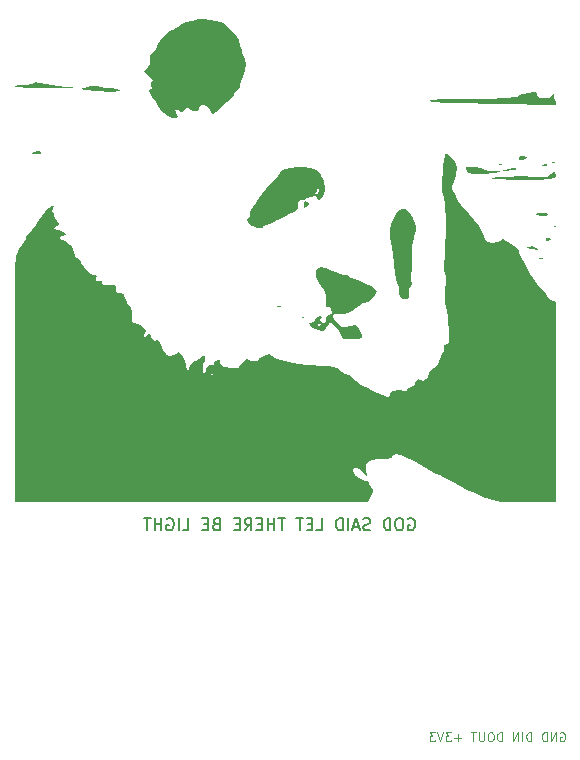
<source format=gbo>
G04 #@! TF.GenerationSoftware,KiCad,Pcbnew,7.0.5*
G04 #@! TF.CreationDate,2023-10-10T09:39:28+02:00*
G04 #@! TF.ProjectId,Lichten-PCB,4c696368-7465-46e2-9d50-43422e6b6963,rev?*
G04 #@! TF.SameCoordinates,Original*
G04 #@! TF.FileFunction,Legend,Bot*
G04 #@! TF.FilePolarity,Positive*
%FSLAX46Y46*%
G04 Gerber Fmt 4.6, Leading zero omitted, Abs format (unit mm)*
G04 Created by KiCad (PCBNEW 7.0.5) date 2023-10-10 09:39:28*
%MOMM*%
%LPD*%
G01*
G04 APERTURE LIST*
%ADD10C,0.120000*%
%ADD11C,0.150000*%
%ADD12C,3.800000*%
%ADD13R,2.400000X2.400000*%
%ADD14C,2.400000*%
G04 APERTURE END LIST*
D10*
X161679624Y-142647688D02*
X161751053Y-142611974D01*
X161751053Y-142611974D02*
X161858195Y-142611974D01*
X161858195Y-142611974D02*
X161965338Y-142647688D01*
X161965338Y-142647688D02*
X162036767Y-142719117D01*
X162036767Y-142719117D02*
X162072481Y-142790545D01*
X162072481Y-142790545D02*
X162108195Y-142933402D01*
X162108195Y-142933402D02*
X162108195Y-143040545D01*
X162108195Y-143040545D02*
X162072481Y-143183402D01*
X162072481Y-143183402D02*
X162036767Y-143254831D01*
X162036767Y-143254831D02*
X161965338Y-143326260D01*
X161965338Y-143326260D02*
X161858195Y-143361974D01*
X161858195Y-143361974D02*
X161786767Y-143361974D01*
X161786767Y-143361974D02*
X161679624Y-143326260D01*
X161679624Y-143326260D02*
X161643910Y-143290545D01*
X161643910Y-143290545D02*
X161643910Y-143040545D01*
X161643910Y-143040545D02*
X161786767Y-143040545D01*
X161322481Y-143361974D02*
X161322481Y-142611974D01*
X161322481Y-142611974D02*
X160893910Y-143361974D01*
X160893910Y-143361974D02*
X160893910Y-142611974D01*
X160536767Y-143361974D02*
X160536767Y-142611974D01*
X160536767Y-142611974D02*
X160358196Y-142611974D01*
X160358196Y-142611974D02*
X160251053Y-142647688D01*
X160251053Y-142647688D02*
X160179624Y-142719117D01*
X160179624Y-142719117D02*
X160143910Y-142790545D01*
X160143910Y-142790545D02*
X160108196Y-142933402D01*
X160108196Y-142933402D02*
X160108196Y-143040545D01*
X160108196Y-143040545D02*
X160143910Y-143183402D01*
X160143910Y-143183402D02*
X160179624Y-143254831D01*
X160179624Y-143254831D02*
X160251053Y-143326260D01*
X160251053Y-143326260D02*
X160358196Y-143361974D01*
X160358196Y-143361974D02*
X160536767Y-143361974D01*
X159215338Y-143361974D02*
X159215338Y-142611974D01*
X159215338Y-142611974D02*
X159036767Y-142611974D01*
X159036767Y-142611974D02*
X158929624Y-142647688D01*
X158929624Y-142647688D02*
X158858195Y-142719117D01*
X158858195Y-142719117D02*
X158822481Y-142790545D01*
X158822481Y-142790545D02*
X158786767Y-142933402D01*
X158786767Y-142933402D02*
X158786767Y-143040545D01*
X158786767Y-143040545D02*
X158822481Y-143183402D01*
X158822481Y-143183402D02*
X158858195Y-143254831D01*
X158858195Y-143254831D02*
X158929624Y-143326260D01*
X158929624Y-143326260D02*
X159036767Y-143361974D01*
X159036767Y-143361974D02*
X159215338Y-143361974D01*
X158465338Y-143361974D02*
X158465338Y-142611974D01*
X158108195Y-143361974D02*
X158108195Y-142611974D01*
X158108195Y-142611974D02*
X157679624Y-143361974D01*
X157679624Y-143361974D02*
X157679624Y-142611974D01*
X156751052Y-143361974D02*
X156751052Y-142611974D01*
X156751052Y-142611974D02*
X156572481Y-142611974D01*
X156572481Y-142611974D02*
X156465338Y-142647688D01*
X156465338Y-142647688D02*
X156393909Y-142719117D01*
X156393909Y-142719117D02*
X156358195Y-142790545D01*
X156358195Y-142790545D02*
X156322481Y-142933402D01*
X156322481Y-142933402D02*
X156322481Y-143040545D01*
X156322481Y-143040545D02*
X156358195Y-143183402D01*
X156358195Y-143183402D02*
X156393909Y-143254831D01*
X156393909Y-143254831D02*
X156465338Y-143326260D01*
X156465338Y-143326260D02*
X156572481Y-143361974D01*
X156572481Y-143361974D02*
X156751052Y-143361974D01*
X155858195Y-142611974D02*
X155715338Y-142611974D01*
X155715338Y-142611974D02*
X155643909Y-142647688D01*
X155643909Y-142647688D02*
X155572481Y-142719117D01*
X155572481Y-142719117D02*
X155536766Y-142861974D01*
X155536766Y-142861974D02*
X155536766Y-143111974D01*
X155536766Y-143111974D02*
X155572481Y-143254831D01*
X155572481Y-143254831D02*
X155643909Y-143326260D01*
X155643909Y-143326260D02*
X155715338Y-143361974D01*
X155715338Y-143361974D02*
X155858195Y-143361974D01*
X155858195Y-143361974D02*
X155929624Y-143326260D01*
X155929624Y-143326260D02*
X156001052Y-143254831D01*
X156001052Y-143254831D02*
X156036766Y-143111974D01*
X156036766Y-143111974D02*
X156036766Y-142861974D01*
X156036766Y-142861974D02*
X156001052Y-142719117D01*
X156001052Y-142719117D02*
X155929624Y-142647688D01*
X155929624Y-142647688D02*
X155858195Y-142611974D01*
X155215338Y-142611974D02*
X155215338Y-143219117D01*
X155215338Y-143219117D02*
X155179624Y-143290545D01*
X155179624Y-143290545D02*
X155143910Y-143326260D01*
X155143910Y-143326260D02*
X155072481Y-143361974D01*
X155072481Y-143361974D02*
X154929624Y-143361974D01*
X154929624Y-143361974D02*
X154858195Y-143326260D01*
X154858195Y-143326260D02*
X154822481Y-143290545D01*
X154822481Y-143290545D02*
X154786767Y-143219117D01*
X154786767Y-143219117D02*
X154786767Y-142611974D01*
X154536767Y-142611974D02*
X154108196Y-142611974D01*
X154322481Y-143361974D02*
X154322481Y-142611974D01*
X153286766Y-143076260D02*
X152715338Y-143076260D01*
X153001052Y-143361974D02*
X153001052Y-142790545D01*
X152429624Y-142611974D02*
X151965338Y-142611974D01*
X151965338Y-142611974D02*
X152215338Y-142897688D01*
X152215338Y-142897688D02*
X152108195Y-142897688D01*
X152108195Y-142897688D02*
X152036767Y-142933402D01*
X152036767Y-142933402D02*
X152001052Y-142969117D01*
X152001052Y-142969117D02*
X151965338Y-143040545D01*
X151965338Y-143040545D02*
X151965338Y-143219117D01*
X151965338Y-143219117D02*
X152001052Y-143290545D01*
X152001052Y-143290545D02*
X152036767Y-143326260D01*
X152036767Y-143326260D02*
X152108195Y-143361974D01*
X152108195Y-143361974D02*
X152322481Y-143361974D01*
X152322481Y-143361974D02*
X152393909Y-143326260D01*
X152393909Y-143326260D02*
X152429624Y-143290545D01*
X151751052Y-142611974D02*
X151501052Y-143361974D01*
X151501052Y-143361974D02*
X151251052Y-142611974D01*
X151072481Y-142611974D02*
X150608195Y-142611974D01*
X150608195Y-142611974D02*
X150858195Y-142897688D01*
X150858195Y-142897688D02*
X150751052Y-142897688D01*
X150751052Y-142897688D02*
X150679624Y-142933402D01*
X150679624Y-142933402D02*
X150643909Y-142969117D01*
X150643909Y-142969117D02*
X150608195Y-143040545D01*
X150608195Y-143040545D02*
X150608195Y-143219117D01*
X150608195Y-143219117D02*
X150643909Y-143290545D01*
X150643909Y-143290545D02*
X150679624Y-143326260D01*
X150679624Y-143326260D02*
X150751052Y-143361974D01*
X150751052Y-143361974D02*
X150965338Y-143361974D01*
X150965338Y-143361974D02*
X151036766Y-143326260D01*
X151036766Y-143326260D02*
X151072481Y-143290545D01*
D11*
X148814411Y-124542438D02*
X148909649Y-124494819D01*
X148909649Y-124494819D02*
X149052506Y-124494819D01*
X149052506Y-124494819D02*
X149195363Y-124542438D01*
X149195363Y-124542438D02*
X149290601Y-124637676D01*
X149290601Y-124637676D02*
X149338220Y-124732914D01*
X149338220Y-124732914D02*
X149385839Y-124923390D01*
X149385839Y-124923390D02*
X149385839Y-125066247D01*
X149385839Y-125066247D02*
X149338220Y-125256723D01*
X149338220Y-125256723D02*
X149290601Y-125351961D01*
X149290601Y-125351961D02*
X149195363Y-125447200D01*
X149195363Y-125447200D02*
X149052506Y-125494819D01*
X149052506Y-125494819D02*
X148957268Y-125494819D01*
X148957268Y-125494819D02*
X148814411Y-125447200D01*
X148814411Y-125447200D02*
X148766792Y-125399580D01*
X148766792Y-125399580D02*
X148766792Y-125066247D01*
X148766792Y-125066247D02*
X148957268Y-125066247D01*
X148147744Y-124494819D02*
X147957268Y-124494819D01*
X147957268Y-124494819D02*
X147862030Y-124542438D01*
X147862030Y-124542438D02*
X147766792Y-124637676D01*
X147766792Y-124637676D02*
X147719173Y-124828152D01*
X147719173Y-124828152D02*
X147719173Y-125161485D01*
X147719173Y-125161485D02*
X147766792Y-125351961D01*
X147766792Y-125351961D02*
X147862030Y-125447200D01*
X147862030Y-125447200D02*
X147957268Y-125494819D01*
X147957268Y-125494819D02*
X148147744Y-125494819D01*
X148147744Y-125494819D02*
X148242982Y-125447200D01*
X148242982Y-125447200D02*
X148338220Y-125351961D01*
X148338220Y-125351961D02*
X148385839Y-125161485D01*
X148385839Y-125161485D02*
X148385839Y-124828152D01*
X148385839Y-124828152D02*
X148338220Y-124637676D01*
X148338220Y-124637676D02*
X148242982Y-124542438D01*
X148242982Y-124542438D02*
X148147744Y-124494819D01*
X147290601Y-125494819D02*
X147290601Y-124494819D01*
X147290601Y-124494819D02*
X147052506Y-124494819D01*
X147052506Y-124494819D02*
X146909649Y-124542438D01*
X146909649Y-124542438D02*
X146814411Y-124637676D01*
X146814411Y-124637676D02*
X146766792Y-124732914D01*
X146766792Y-124732914D02*
X146719173Y-124923390D01*
X146719173Y-124923390D02*
X146719173Y-125066247D01*
X146719173Y-125066247D02*
X146766792Y-125256723D01*
X146766792Y-125256723D02*
X146814411Y-125351961D01*
X146814411Y-125351961D02*
X146909649Y-125447200D01*
X146909649Y-125447200D02*
X147052506Y-125494819D01*
X147052506Y-125494819D02*
X147290601Y-125494819D01*
X145576315Y-125447200D02*
X145433458Y-125494819D01*
X145433458Y-125494819D02*
X145195363Y-125494819D01*
X145195363Y-125494819D02*
X145100125Y-125447200D01*
X145100125Y-125447200D02*
X145052506Y-125399580D01*
X145052506Y-125399580D02*
X145004887Y-125304342D01*
X145004887Y-125304342D02*
X145004887Y-125209104D01*
X145004887Y-125209104D02*
X145052506Y-125113866D01*
X145052506Y-125113866D02*
X145100125Y-125066247D01*
X145100125Y-125066247D02*
X145195363Y-125018628D01*
X145195363Y-125018628D02*
X145385839Y-124971009D01*
X145385839Y-124971009D02*
X145481077Y-124923390D01*
X145481077Y-124923390D02*
X145528696Y-124875771D01*
X145528696Y-124875771D02*
X145576315Y-124780533D01*
X145576315Y-124780533D02*
X145576315Y-124685295D01*
X145576315Y-124685295D02*
X145528696Y-124590057D01*
X145528696Y-124590057D02*
X145481077Y-124542438D01*
X145481077Y-124542438D02*
X145385839Y-124494819D01*
X145385839Y-124494819D02*
X145147744Y-124494819D01*
X145147744Y-124494819D02*
X145004887Y-124542438D01*
X144623934Y-125209104D02*
X144147744Y-125209104D01*
X144719172Y-125494819D02*
X144385839Y-124494819D01*
X144385839Y-124494819D02*
X144052506Y-125494819D01*
X143719172Y-125494819D02*
X143719172Y-124494819D01*
X143242982Y-125494819D02*
X143242982Y-124494819D01*
X143242982Y-124494819D02*
X143004887Y-124494819D01*
X143004887Y-124494819D02*
X142862030Y-124542438D01*
X142862030Y-124542438D02*
X142766792Y-124637676D01*
X142766792Y-124637676D02*
X142719173Y-124732914D01*
X142719173Y-124732914D02*
X142671554Y-124923390D01*
X142671554Y-124923390D02*
X142671554Y-125066247D01*
X142671554Y-125066247D02*
X142719173Y-125256723D01*
X142719173Y-125256723D02*
X142766792Y-125351961D01*
X142766792Y-125351961D02*
X142862030Y-125447200D01*
X142862030Y-125447200D02*
X143004887Y-125494819D01*
X143004887Y-125494819D02*
X143242982Y-125494819D01*
X141004887Y-125494819D02*
X141481077Y-125494819D01*
X141481077Y-125494819D02*
X141481077Y-124494819D01*
X140671553Y-124971009D02*
X140338220Y-124971009D01*
X140195363Y-125494819D02*
X140671553Y-125494819D01*
X140671553Y-125494819D02*
X140671553Y-124494819D01*
X140671553Y-124494819D02*
X140195363Y-124494819D01*
X139909648Y-124494819D02*
X139338220Y-124494819D01*
X139623934Y-125494819D02*
X139623934Y-124494819D01*
X138385838Y-124494819D02*
X137814410Y-124494819D01*
X138100124Y-125494819D02*
X138100124Y-124494819D01*
X137481076Y-125494819D02*
X137481076Y-124494819D01*
X137481076Y-124971009D02*
X136909648Y-124971009D01*
X136909648Y-125494819D02*
X136909648Y-124494819D01*
X136433457Y-124971009D02*
X136100124Y-124971009D01*
X135957267Y-125494819D02*
X136433457Y-125494819D01*
X136433457Y-125494819D02*
X136433457Y-124494819D01*
X136433457Y-124494819D02*
X135957267Y-124494819D01*
X134957267Y-125494819D02*
X135290600Y-125018628D01*
X135528695Y-125494819D02*
X135528695Y-124494819D01*
X135528695Y-124494819D02*
X135147743Y-124494819D01*
X135147743Y-124494819D02*
X135052505Y-124542438D01*
X135052505Y-124542438D02*
X135004886Y-124590057D01*
X135004886Y-124590057D02*
X134957267Y-124685295D01*
X134957267Y-124685295D02*
X134957267Y-124828152D01*
X134957267Y-124828152D02*
X135004886Y-124923390D01*
X135004886Y-124923390D02*
X135052505Y-124971009D01*
X135052505Y-124971009D02*
X135147743Y-125018628D01*
X135147743Y-125018628D02*
X135528695Y-125018628D01*
X134528695Y-124971009D02*
X134195362Y-124971009D01*
X134052505Y-125494819D02*
X134528695Y-125494819D01*
X134528695Y-125494819D02*
X134528695Y-124494819D01*
X134528695Y-124494819D02*
X134052505Y-124494819D01*
X132528695Y-124971009D02*
X132385838Y-125018628D01*
X132385838Y-125018628D02*
X132338219Y-125066247D01*
X132338219Y-125066247D02*
X132290600Y-125161485D01*
X132290600Y-125161485D02*
X132290600Y-125304342D01*
X132290600Y-125304342D02*
X132338219Y-125399580D01*
X132338219Y-125399580D02*
X132385838Y-125447200D01*
X132385838Y-125447200D02*
X132481076Y-125494819D01*
X132481076Y-125494819D02*
X132862028Y-125494819D01*
X132862028Y-125494819D02*
X132862028Y-124494819D01*
X132862028Y-124494819D02*
X132528695Y-124494819D01*
X132528695Y-124494819D02*
X132433457Y-124542438D01*
X132433457Y-124542438D02*
X132385838Y-124590057D01*
X132385838Y-124590057D02*
X132338219Y-124685295D01*
X132338219Y-124685295D02*
X132338219Y-124780533D01*
X132338219Y-124780533D02*
X132385838Y-124875771D01*
X132385838Y-124875771D02*
X132433457Y-124923390D01*
X132433457Y-124923390D02*
X132528695Y-124971009D01*
X132528695Y-124971009D02*
X132862028Y-124971009D01*
X131862028Y-124971009D02*
X131528695Y-124971009D01*
X131385838Y-125494819D02*
X131862028Y-125494819D01*
X131862028Y-125494819D02*
X131862028Y-124494819D01*
X131862028Y-124494819D02*
X131385838Y-124494819D01*
X129719171Y-125494819D02*
X130195361Y-125494819D01*
X130195361Y-125494819D02*
X130195361Y-124494819D01*
X129385837Y-125494819D02*
X129385837Y-124494819D01*
X128385838Y-124542438D02*
X128481076Y-124494819D01*
X128481076Y-124494819D02*
X128623933Y-124494819D01*
X128623933Y-124494819D02*
X128766790Y-124542438D01*
X128766790Y-124542438D02*
X128862028Y-124637676D01*
X128862028Y-124637676D02*
X128909647Y-124732914D01*
X128909647Y-124732914D02*
X128957266Y-124923390D01*
X128957266Y-124923390D02*
X128957266Y-125066247D01*
X128957266Y-125066247D02*
X128909647Y-125256723D01*
X128909647Y-125256723D02*
X128862028Y-125351961D01*
X128862028Y-125351961D02*
X128766790Y-125447200D01*
X128766790Y-125447200D02*
X128623933Y-125494819D01*
X128623933Y-125494819D02*
X128528695Y-125494819D01*
X128528695Y-125494819D02*
X128385838Y-125447200D01*
X128385838Y-125447200D02*
X128338219Y-125399580D01*
X128338219Y-125399580D02*
X128338219Y-125066247D01*
X128338219Y-125066247D02*
X128528695Y-125066247D01*
X127909647Y-125494819D02*
X127909647Y-124494819D01*
X127909647Y-124971009D02*
X127338219Y-124971009D01*
X127338219Y-125494819D02*
X127338219Y-124494819D01*
X127004885Y-124494819D02*
X126433457Y-124494819D01*
X126719171Y-125494819D02*
X126719171Y-124494819D01*
G36*
X161312371Y-101834672D02*
G01*
X161246908Y-101900136D01*
X161181444Y-101834672D01*
X161246908Y-101769208D01*
X161312371Y-101834672D01*
G37*
G36*
X161312371Y-99739827D02*
G01*
X161246908Y-99805291D01*
X161181444Y-99739827D01*
X161246908Y-99674363D01*
X161312371Y-99739827D01*
G37*
G36*
X139971134Y-107464569D02*
G01*
X139905670Y-107530033D01*
X139840207Y-107464569D01*
X139905670Y-107399105D01*
X139971134Y-107464569D01*
G37*
G36*
X161205993Y-94347811D02*
G01*
X161266595Y-94394938D01*
X161126890Y-94426913D01*
X160994095Y-94417656D01*
X160955048Y-94358147D01*
X161001368Y-94332203D01*
X161205993Y-94347811D01*
G37*
G36*
X156754446Y-94478739D02*
G01*
X156815048Y-94525866D01*
X156675344Y-94557841D01*
X156542549Y-94548584D01*
X156503501Y-94489075D01*
X156549822Y-94463130D01*
X156754446Y-94478739D01*
G37*
G36*
X138039949Y-106526827D02*
G01*
X138062158Y-106572290D01*
X137876289Y-106592866D01*
X137696182Y-106574615D01*
X137712629Y-106526827D01*
X137771894Y-106509535D01*
X138039949Y-106526827D01*
G37*
G36*
X160584722Y-94580388D02*
G01*
X160540416Y-94627199D01*
X160322686Y-94699105D01*
X160172061Y-94682321D01*
X160169154Y-94617249D01*
X160396057Y-94530194D01*
X160542829Y-94513477D01*
X160584722Y-94580388D01*
G37*
G36*
X160825911Y-100739433D02*
G01*
X160854124Y-100852714D01*
X160803025Y-100906820D01*
X160576814Y-100983641D01*
X160489554Y-100965994D01*
X160461341Y-100852714D01*
X160512440Y-100798607D01*
X160738650Y-100721786D01*
X160825911Y-100739433D01*
G37*
G36*
X160229725Y-102464044D02*
G01*
X160252236Y-102470522D01*
X160271620Y-102510372D01*
X160068557Y-102529251D01*
X160037551Y-102529431D01*
X159832589Y-102511877D01*
X159836942Y-102468895D01*
X159944524Y-102444876D01*
X160229725Y-102464044D01*
G37*
G36*
X159623124Y-101585643D02*
G01*
X159779950Y-101676610D01*
X159835634Y-101742999D01*
X159675774Y-101751518D01*
X159448245Y-101727142D01*
X159086598Y-101650568D01*
X158907065Y-101596031D01*
X158855206Y-101544052D01*
X159033949Y-101484693D01*
X159286477Y-101478856D01*
X159623124Y-101585643D01*
G37*
G36*
X158650625Y-93795213D02*
G01*
X158853770Y-93877505D01*
X158868228Y-93991224D01*
X158663025Y-94082739D01*
X158464051Y-94120770D01*
X158268299Y-94157564D01*
X158222423Y-94142995D01*
X158170103Y-93979002D01*
X158232236Y-93852290D01*
X158489696Y-93782610D01*
X158650625Y-93795213D01*
G37*
G36*
X140260167Y-97724990D02*
G01*
X140386340Y-97796861D01*
X140440928Y-97896264D01*
X140276533Y-98043994D01*
X140122918Y-98158591D01*
X140020232Y-98229993D01*
X140009540Y-98153706D01*
X140003866Y-97910990D01*
X140007927Y-97785488D01*
X140070673Y-97658907D01*
X140260167Y-97724990D01*
G37*
G36*
X117601597Y-93421478D02*
G01*
X117713402Y-93520755D01*
X117713245Y-93524441D01*
X117592000Y-93614433D01*
X117312892Y-93651683D01*
X117299190Y-93651619D01*
X117044461Y-93613481D01*
X116993299Y-93520755D01*
X117116584Y-93438102D01*
X117393810Y-93389827D01*
X117601597Y-93421478D01*
G37*
G36*
X160251416Y-98630279D02*
G01*
X160541580Y-98675881D01*
X160657732Y-98757868D01*
X160644378Y-98787217D01*
X160461970Y-98859758D01*
X160134021Y-98888796D01*
X160016626Y-98885457D01*
X159726462Y-98839856D01*
X159610310Y-98757868D01*
X159623664Y-98728520D01*
X159806072Y-98655979D01*
X160134021Y-98626940D01*
X160251416Y-98630279D01*
G37*
G36*
X157906877Y-94854603D02*
G01*
X157986778Y-94884050D01*
X157842784Y-94960961D01*
X157835489Y-94964022D01*
X157516749Y-95040271D01*
X157122681Y-95069636D01*
X157104362Y-95069475D01*
X156832891Y-95060581D01*
X156802098Y-95030007D01*
X156991753Y-94960961D01*
X157299333Y-94891907D01*
X157711856Y-94852286D01*
X157906877Y-94854603D01*
G37*
G36*
X154538088Y-94763811D02*
G01*
X154950512Y-94835300D01*
X155248352Y-94936112D01*
X155314675Y-94966700D01*
X155672958Y-95062122D01*
X156099383Y-95109124D01*
X156664433Y-95126360D01*
X156206186Y-95222817D01*
X155916259Y-95266987D01*
X155417634Y-95312247D01*
X154884468Y-95336509D01*
X154682300Y-95338832D01*
X154249613Y-95318390D01*
X153978443Y-95245586D01*
X153795784Y-95104887D01*
X153675653Y-94918918D01*
X153689487Y-94782535D01*
X153787821Y-94750017D01*
X154115663Y-94731948D01*
X154538088Y-94763811D01*
G37*
G36*
X122537713Y-87901913D02*
G01*
X122757975Y-87945652D01*
X123252294Y-88024850D01*
X123770583Y-88090798D01*
X124093062Y-88137953D01*
X124373885Y-88216132D01*
X124447320Y-88297987D01*
X124438852Y-88306397D01*
X124249559Y-88345904D01*
X123872467Y-88361812D01*
X123370494Y-88357243D01*
X122806558Y-88335315D01*
X122243577Y-88299150D01*
X121744467Y-88251867D01*
X121372148Y-88196587D01*
X121189536Y-88136429D01*
X121182377Y-88056825D01*
X121385928Y-88019781D01*
X121617063Y-87995468D01*
X121883074Y-87906001D01*
X121910147Y-87892346D01*
X122177099Y-87858807D01*
X122537713Y-87901913D01*
G37*
G36*
X117568771Y-87621668D02*
G01*
X117722666Y-87672730D01*
X118109049Y-87750836D01*
X118639402Y-87829471D01*
X119246470Y-87897576D01*
X119708792Y-87943153D01*
X120246349Y-88000812D01*
X120649750Y-88049589D01*
X120855670Y-88082217D01*
X120861069Y-88083962D01*
X120773044Y-88095529D01*
X120463307Y-88099491D01*
X119967919Y-88096073D01*
X119322941Y-88085497D01*
X118564433Y-88067989D01*
X117766211Y-88048010D01*
X117041324Y-88031350D01*
X116437840Y-88019000D01*
X116002542Y-88011917D01*
X115782217Y-88011058D01*
X115598397Y-87989651D01*
X115487629Y-87899446D01*
X115547885Y-87852767D01*
X115804788Y-87807411D01*
X116194978Y-87796601D01*
X116439789Y-87793463D01*
X116852612Y-87742686D01*
X117103104Y-87646533D01*
X117289233Y-87551175D01*
X117568771Y-87621668D01*
G37*
G36*
X161266033Y-95149569D02*
G01*
X161312371Y-95411305D01*
X161287033Y-95600359D01*
X161148185Y-95721281D01*
X160821392Y-95777857D01*
X160556408Y-95794767D01*
X160075558Y-95809533D01*
X159470604Y-95817895D01*
X158789789Y-95820284D01*
X158081356Y-95817129D01*
X157393547Y-95808860D01*
X156774605Y-95795908D01*
X156272773Y-95778701D01*
X155936295Y-95757669D01*
X155813413Y-95733243D01*
X155814607Y-95727643D01*
X155959258Y-95672223D01*
X156309004Y-95623940D01*
X156812084Y-95585166D01*
X157416737Y-95558271D01*
X158071204Y-95545624D01*
X158723724Y-95549595D01*
X159322537Y-95572556D01*
X159899671Y-95603081D01*
X160294784Y-95606726D01*
X160544378Y-95574347D01*
X160707123Y-95498133D01*
X160841684Y-95370272D01*
X160872134Y-95336808D01*
X161121864Y-95124962D01*
X161266033Y-95149569D01*
G37*
G36*
X159623586Y-88436986D02*
G01*
X159722101Y-88508096D01*
X159741237Y-88661339D01*
X159777723Y-88837483D01*
X159935129Y-88919024D01*
X160283247Y-88938281D01*
X160698884Y-88891101D01*
X161014038Y-88709157D01*
X161104958Y-88600809D01*
X161171193Y-88552668D01*
X161130777Y-88709157D01*
X161112345Y-88837693D01*
X161185553Y-88938281D01*
X161262219Y-88995453D01*
X161312371Y-89217472D01*
X161312371Y-89496663D01*
X156435310Y-89409474D01*
X156423211Y-89409257D01*
X155297362Y-89387371D01*
X154236713Y-89363474D01*
X153274033Y-89338547D01*
X152442096Y-89313575D01*
X151773671Y-89289540D01*
X151301531Y-89267424D01*
X151058446Y-89248211D01*
X150829493Y-89208264D01*
X150637600Y-89143927D01*
X150685330Y-89087409D01*
X150958665Y-89041998D01*
X151443585Y-89010985D01*
X152126073Y-88997660D01*
X152128889Y-88997647D01*
X153618273Y-88988278D01*
X154862348Y-88973818D01*
X155877592Y-88953555D01*
X156680486Y-88926780D01*
X157287510Y-88892783D01*
X157715144Y-88850854D01*
X157979868Y-88800283D01*
X158098162Y-88740360D01*
X158222990Y-88659320D01*
X158554471Y-88552263D01*
X158988402Y-88474299D01*
X159384031Y-88432690D01*
X159623586Y-88436986D01*
G37*
G36*
X148549005Y-98305347D02*
G01*
X148850473Y-98571390D01*
X149195617Y-99086880D01*
X149316909Y-99305674D01*
X149493172Y-99766033D01*
X149491775Y-100171912D01*
X149320166Y-100614660D01*
X149265380Y-100736596D01*
X149180480Y-101073696D01*
X149145553Y-101544600D01*
X149154079Y-102212024D01*
X149160681Y-102468462D01*
X149157594Y-102982968D01*
X149133027Y-103374676D01*
X149090227Y-103574271D01*
X149073916Y-103608762D01*
X149039368Y-103879625D01*
X149069161Y-104248206D01*
X149074668Y-104282266D01*
X149092395Y-104651635D01*
X149014393Y-104840303D01*
X148987957Y-104865910D01*
X148906880Y-105092611D01*
X148874227Y-105442915D01*
X148874191Y-105468092D01*
X148852852Y-105789990D01*
X148760688Y-105928979D01*
X148551514Y-105958899D01*
X148487038Y-105954148D01*
X148195663Y-105810516D01*
X148011024Y-105538455D01*
X148006429Y-105235279D01*
X148004079Y-105004395D01*
X147899361Y-104689067D01*
X147859560Y-104581353D01*
X147771889Y-104195745D01*
X147692734Y-103667652D01*
X147635437Y-103078487D01*
X147618912Y-102870336D01*
X147546085Y-102198703D01*
X147451919Y-101559607D01*
X147352528Y-101067596D01*
X147280390Y-100744434D01*
X147231944Y-100110490D01*
X147358803Y-99537745D01*
X147676924Y-98920589D01*
X147971820Y-98510073D01*
X148264893Y-98285868D01*
X148549005Y-98305347D01*
G37*
G36*
X141550098Y-95699330D02*
G01*
X141661891Y-95976694D01*
X141782290Y-96425879D01*
X141762693Y-96786224D01*
X141761963Y-96799647D01*
X141604370Y-97193236D01*
X141408283Y-97492194D01*
X141235843Y-97560808D01*
X141098137Y-97372699D01*
X141073196Y-97320919D01*
X140914711Y-97223981D01*
X140593150Y-97255565D01*
X140579849Y-97258411D01*
X140250380Y-97355442D01*
X140043145Y-97462383D01*
X139952892Y-97519266D01*
X139683093Y-97579518D01*
X139616195Y-97585631D01*
X139484200Y-97702466D01*
X139447423Y-98013673D01*
X139432901Y-98239981D01*
X139346783Y-98417834D01*
X139130812Y-98566965D01*
X138726869Y-98746481D01*
X138433537Y-98876456D01*
X137935617Y-99127186D01*
X137542704Y-99359748D01*
X137446642Y-99420701D01*
X137067114Y-99601581D01*
X136749861Y-99674363D01*
X136547437Y-99707770D01*
X136501547Y-99805291D01*
X136510066Y-99820457D01*
X136479999Y-99925443D01*
X136285596Y-99946116D01*
X135998516Y-99894640D01*
X135690414Y-99783179D01*
X135432948Y-99623895D01*
X135207976Y-99408167D01*
X135156428Y-99252880D01*
X135261980Y-99080070D01*
X135369186Y-98901530D01*
X135419214Y-98639559D01*
X135417780Y-98628029D01*
X135486413Y-98386350D01*
X135681077Y-98103229D01*
X135933665Y-97777997D01*
X136174227Y-97383126D01*
X136195379Y-97343936D01*
X136409048Y-97038007D01*
X136425083Y-97018695D01*
X140807652Y-97018695D01*
X140985825Y-97040619D01*
X141205988Y-96997655D01*
X141280413Y-96786224D01*
X141252270Y-96637484D01*
X141147349Y-96598879D01*
X141105843Y-96634009D01*
X141083488Y-96793089D01*
X141082519Y-96865981D01*
X140921964Y-96965246D01*
X140880865Y-96976472D01*
X140807652Y-97018695D01*
X136425083Y-97018695D01*
X136739099Y-96640503D01*
X137123454Y-96227033D01*
X137234427Y-96113423D01*
X137561698Y-95763845D01*
X137632639Y-95681064D01*
X140887629Y-95681064D01*
X140953093Y-95746528D01*
X141018557Y-95681064D01*
X140953093Y-95615600D01*
X140887629Y-95681064D01*
X137632639Y-95681064D01*
X137790311Y-95497078D01*
X137876289Y-95363562D01*
X137938338Y-95241806D01*
X138128616Y-95035048D01*
X138151821Y-95015274D01*
X138406760Y-94888003D01*
X138823414Y-94805216D01*
X139451319Y-94756481D01*
X140013677Y-94746085D01*
X140594090Y-94804550D01*
X141009541Y-94967598D01*
X141311164Y-95258201D01*
X141540204Y-95681064D01*
X141550098Y-95699330D01*
G37*
G36*
X131577501Y-82205145D02*
G01*
X132040752Y-82262735D01*
X132514569Y-82349139D01*
X132914933Y-82451173D01*
X133157825Y-82555652D01*
X133575216Y-82892459D01*
X134132142Y-83465588D01*
X134481826Y-84017023D01*
X134603093Y-84518013D01*
X134607373Y-84582625D01*
X134693227Y-84929145D01*
X134854628Y-85317521D01*
X134888607Y-85388079D01*
X135052592Y-85998025D01*
X135028484Y-86622230D01*
X134818259Y-87160477D01*
X134675483Y-87460275D01*
X134603093Y-87811965D01*
X134561096Y-88025984D01*
X134341237Y-88218178D01*
X134188357Y-88301267D01*
X134079382Y-88483797D01*
X134026059Y-88617962D01*
X133810993Y-88900999D01*
X133478059Y-89253044D01*
X133078182Y-89621299D01*
X132662285Y-89952971D01*
X132489461Y-90076027D01*
X132249496Y-90218651D01*
X132140925Y-90208392D01*
X132115464Y-90054185D01*
X132051100Y-89889903D01*
X131820050Y-89673325D01*
X131522126Y-89523225D01*
X131265444Y-89508951D01*
X131173768Y-89565600D01*
X131068042Y-89771195D01*
X131063793Y-89820225D01*
X130928632Y-90002570D01*
X130678795Y-90044955D01*
X130416891Y-89923396D01*
X130233044Y-89780683D01*
X130023605Y-89751028D01*
X129821802Y-89945698D01*
X129706502Y-90077038D01*
X129566637Y-90087862D01*
X129320331Y-89945262D01*
X129101465Y-89809310D01*
X129024140Y-89805448D01*
X129062927Y-89952536D01*
X129115374Y-90079601D01*
X129254241Y-90325069D01*
X129291276Y-90390723D01*
X129277559Y-90554193D01*
X129152455Y-90613421D01*
X128845000Y-90579225D01*
X128467589Y-90417957D01*
X128087825Y-90169188D01*
X127773313Y-89872486D01*
X127591657Y-89567421D01*
X127585359Y-89548437D01*
X127425841Y-89232002D01*
X127187755Y-88895503D01*
X127104520Y-88789526D01*
X126922224Y-88472393D01*
X126886967Y-88241796D01*
X127011773Y-88152714D01*
X127081476Y-88073646D01*
X127063043Y-87825394D01*
X127039081Y-87593019D01*
X127151697Y-87498074D01*
X127184186Y-87469854D01*
X127108660Y-87309672D01*
X126893136Y-87055081D01*
X126463770Y-86612088D01*
X126749354Y-86346026D01*
X126784146Y-86312655D01*
X126962295Y-86037057D01*
X126948653Y-85687111D01*
X126921965Y-85402507D01*
X127037162Y-85185084D01*
X127176512Y-85061868D01*
X127424510Y-84746388D01*
X127655545Y-84370059D01*
X127797823Y-84040878D01*
X127884505Y-83871291D01*
X128125143Y-83648094D01*
X128292937Y-83535902D01*
X128488723Y-83341116D01*
X128548224Y-83274774D01*
X128790988Y-83177456D01*
X128877662Y-83157401D01*
X129153300Y-83014186D01*
X129485010Y-82778491D01*
X129522416Y-82749105D01*
X129987823Y-82472033D01*
X130426559Y-82349851D01*
X130446898Y-82348405D01*
X130796006Y-82297976D01*
X131028605Y-82221522D01*
X131208836Y-82189554D01*
X131577501Y-82205145D01*
G37*
G36*
X141937398Y-108243965D02*
G01*
X141803981Y-108488274D01*
X141621514Y-108655748D01*
X141464641Y-108664131D01*
X141134389Y-108562654D01*
X140779425Y-108367816D01*
X140502010Y-108127841D01*
X140464327Y-108080939D01*
X140453994Y-108053745D01*
X141149485Y-108053745D01*
X141153290Y-108085040D01*
X141280413Y-108184672D01*
X141311708Y-108180868D01*
X141411341Y-108053745D01*
X141407536Y-108022449D01*
X141280413Y-107922817D01*
X141249118Y-107926621D01*
X141149485Y-108053745D01*
X140453994Y-108053745D01*
X140415303Y-107951914D01*
X140594472Y-107922817D01*
X140754572Y-107880724D01*
X140925565Y-107660961D01*
X141016656Y-107499201D01*
X141300887Y-107401110D01*
X141334807Y-107401587D01*
X141501248Y-107431268D01*
X141427299Y-107517400D01*
X141322563Y-107668199D01*
X141392460Y-107842190D01*
X141615459Y-107922817D01*
X141637586Y-107921889D01*
X141803112Y-107796916D01*
X141815870Y-107486027D01*
X141856961Y-107407105D01*
X142062222Y-107307097D01*
X142104473Y-107295838D01*
X142276276Y-107221795D01*
X142312492Y-107076358D01*
X142243377Y-106769793D01*
X142154265Y-106583333D01*
X141968438Y-106542267D01*
X141870923Y-106559192D01*
X141822564Y-106452833D01*
X141862339Y-106147887D01*
X141882085Y-106019658D01*
X141857376Y-105621427D01*
X141663024Y-105197063D01*
X141437757Y-104817486D01*
X141181473Y-104370753D01*
X141030312Y-104068153D01*
X140965332Y-103860952D01*
X140967592Y-103700412D01*
X141018152Y-103537800D01*
X141159075Y-103318450D01*
X141422318Y-103223335D01*
X141823340Y-103297048D01*
X142393299Y-103539632D01*
X142658153Y-103658875D01*
X143069660Y-103805211D01*
X143364949Y-103862857D01*
X143594774Y-103899782D01*
X143888660Y-104046792D01*
X143967769Y-104104460D01*
X144284439Y-104270630D01*
X144684536Y-104429915D01*
X145092887Y-104578351D01*
X145647937Y-104824974D01*
X146000990Y-105050079D01*
X146124743Y-105238340D01*
X146123932Y-105258500D01*
X146002785Y-105546113D01*
X145730013Y-105865089D01*
X145383480Y-106139594D01*
X145041049Y-106293792D01*
X144998171Y-106304500D01*
X144608571Y-106480021D01*
X144248818Y-106747340D01*
X144016614Y-106941188D01*
X143455821Y-107183988D01*
X142818815Y-107176589D01*
X142547247Y-107181263D01*
X142457234Y-107328497D01*
X142562407Y-107594567D01*
X142861302Y-107952714D01*
X143008327Y-108095904D01*
X143235964Y-108260253D01*
X143476960Y-108291108D01*
X143850985Y-108220895D01*
X143996226Y-108188732D01*
X144303927Y-108145882D01*
X144480894Y-108198871D01*
X144617931Y-108364728D01*
X144739203Y-108591506D01*
X144878022Y-108970239D01*
X144893191Y-109033965D01*
X144905155Y-109184898D01*
X144817449Y-109264531D01*
X144576012Y-109297081D01*
X144126784Y-109306764D01*
X143295254Y-109315969D01*
X142904542Y-108652917D01*
X142621554Y-108233821D01*
X142340047Y-107981604D01*
X142111761Y-107984886D01*
X142065418Y-108053745D01*
X141937398Y-108243965D01*
G37*
G36*
X143750452Y-112374363D02*
G01*
X143798623Y-112380090D01*
X144063266Y-112514467D01*
X144340629Y-112771311D01*
X144410574Y-112852529D01*
X144624555Y-113075870D01*
X144745638Y-113162928D01*
X144783766Y-113173496D01*
X145011241Y-113271251D01*
X145389166Y-113449761D01*
X145860567Y-113682475D01*
X146448270Y-113966940D01*
X146871176Y-114137851D01*
X147132873Y-114186413D01*
X147265974Y-114118443D01*
X147303093Y-113939758D01*
X147336021Y-113785570D01*
X147466753Y-113703570D01*
X147630014Y-113701357D01*
X147931283Y-113633029D01*
X148124418Y-113597387D01*
X148420953Y-113687769D01*
X148427469Y-113693136D01*
X148593819Y-113763956D01*
X148709258Y-113600390D01*
X148809066Y-113464438D01*
X149068826Y-113356322D01*
X149225276Y-113316278D01*
X149378560Y-113094466D01*
X149457223Y-112874702D01*
X149650728Y-112719641D01*
X149886983Y-112792706D01*
X150047279Y-112835366D01*
X150286849Y-112728566D01*
X150490348Y-112503301D01*
X150576289Y-112226505D01*
X150576464Y-112219143D01*
X150690835Y-111996654D01*
X150953189Y-111793402D01*
X151011926Y-111760596D01*
X151303056Y-111477104D01*
X151505484Y-111004472D01*
X151568118Y-110813568D01*
X151695824Y-110524326D01*
X151798486Y-110410446D01*
X151860797Y-110331577D01*
X151855438Y-110093147D01*
X151861793Y-109838508D01*
X152046896Y-109709920D01*
X152050889Y-109708867D01*
X152163984Y-109658917D01*
X152230948Y-109549155D01*
X152258193Y-109329269D01*
X152252128Y-108948950D01*
X152219163Y-108357889D01*
X152197192Y-108060680D01*
X152132042Y-107450359D01*
X152050983Y-106923696D01*
X151966588Y-106569707D01*
X151883002Y-106237365D01*
X151899475Y-105522285D01*
X151962034Y-105124834D01*
X152005569Y-104491443D01*
X151976391Y-103951108D01*
X151875485Y-103583360D01*
X151809682Y-103386260D01*
X151823443Y-103100988D01*
X151825135Y-103096551D01*
X151862309Y-102875422D01*
X151898313Y-102454000D01*
X151929115Y-101891089D01*
X151950683Y-101245497D01*
X151951805Y-101198112D01*
X151969458Y-100567830D01*
X151989198Y-100034386D01*
X152008693Y-99652769D01*
X152025613Y-99477971D01*
X152037086Y-99282931D01*
X152014027Y-98888945D01*
X151962023Y-98386660D01*
X151890656Y-97855214D01*
X151809509Y-97373748D01*
X151728164Y-97021399D01*
X151681981Y-96823339D01*
X151647564Y-96422729D01*
X151664517Y-95878458D01*
X151732985Y-95134002D01*
X151785723Y-94675997D01*
X151850428Y-94178267D01*
X151904879Y-93828716D01*
X151941019Y-93683516D01*
X152056434Y-93641998D01*
X152294603Y-93732333D01*
X152546352Y-93958202D01*
X152738823Y-94266376D01*
X152901094Y-94810122D01*
X152891176Y-95385091D01*
X152678455Y-96024598D01*
X152677660Y-96026376D01*
X152531165Y-96397224D01*
X152506461Y-96624658D01*
X152594452Y-96791731D01*
X152599319Y-96797504D01*
X152760322Y-97064575D01*
X152909647Y-97421616D01*
X152986444Y-97591218D01*
X153242153Y-97973483D01*
X153570870Y-98338111D01*
X153950444Y-98725332D01*
X154396294Y-99250853D01*
X154788617Y-99783642D01*
X155081951Y-100261182D01*
X155230837Y-100620953D01*
X155299050Y-100825140D01*
X155559383Y-101119561D01*
X155940730Y-101202522D01*
X156401897Y-101058628D01*
X156841846Y-100821700D01*
X157505975Y-101252040D01*
X157801816Y-101462382D01*
X158067655Y-101698816D01*
X158170103Y-101859324D01*
X158178975Y-101917179D01*
X158282416Y-102185602D01*
X158464691Y-102528130D01*
X158625309Y-102806585D01*
X158890991Y-103290156D01*
X159152062Y-103785866D01*
X159357152Y-104142322D01*
X159702198Y-104637628D01*
X160035825Y-105020442D01*
X160211166Y-105199812D01*
X160438029Y-105481813D01*
X160526804Y-105669931D01*
X160527112Y-105677222D01*
X160647392Y-105845481D01*
X160919588Y-105998976D01*
X161312371Y-106147236D01*
X161312371Y-114628841D01*
X161312371Y-123110446D01*
X158794788Y-123110446D01*
X158598358Y-123110404D01*
X157764034Y-123107789D01*
X157133748Y-123097577D01*
X156659360Y-123074879D01*
X156292726Y-123034806D01*
X155985705Y-122972470D01*
X155690154Y-122882983D01*
X155357932Y-122761456D01*
X155095329Y-122655037D01*
X154492161Y-122382518D01*
X153821769Y-122052974D01*
X153186740Y-121715807D01*
X152790970Y-121500024D01*
X152246009Y-121216577D01*
X151787085Y-120993232D01*
X151484678Y-120865211D01*
X151182337Y-120731886D01*
X150736038Y-120488192D01*
X150275855Y-120199949D01*
X149864671Y-119939235D01*
X149426492Y-119692892D01*
X149100603Y-119543407D01*
X148725178Y-119396906D01*
X148353615Y-119225743D01*
X148170838Y-119143950D01*
X147808810Y-119059683D01*
X147539547Y-119094965D01*
X147434021Y-119248074D01*
X147423101Y-119304677D01*
X147308411Y-119389407D01*
X147029447Y-119432469D01*
X146537818Y-119444466D01*
X146283321Y-119449373D01*
X145728487Y-119521838D01*
X145388832Y-119696757D01*
X145238024Y-119994378D01*
X145249733Y-120434949D01*
X145326441Y-120907645D01*
X144987635Y-120568839D01*
X144767685Y-120385349D01*
X144468633Y-120246817D01*
X144247717Y-120268854D01*
X144162830Y-120459157D01*
X144174408Y-120580203D01*
X144261026Y-120837225D01*
X144353558Y-120926215D01*
X144617167Y-121082431D01*
X144942171Y-121225054D01*
X145232969Y-121314193D01*
X145393961Y-121309956D01*
X145433544Y-121301019D01*
X145470103Y-121442674D01*
X145477972Y-121473848D01*
X145511868Y-121608124D01*
X145683726Y-121865158D01*
X145733591Y-121916978D01*
X145822666Y-122067305D01*
X145796535Y-122261525D01*
X145650995Y-122593111D01*
X145404640Y-123107441D01*
X130446134Y-123108943D01*
X115487629Y-123110446D01*
X115487629Y-121473848D01*
X137876289Y-121473848D01*
X137941753Y-121539312D01*
X138007217Y-121473848D01*
X137941753Y-121408384D01*
X137876289Y-121473848D01*
X115487629Y-121473848D01*
X115487629Y-112652250D01*
X115487687Y-111923357D01*
X115488534Y-110091642D01*
X115490634Y-108499174D01*
X115494291Y-107129374D01*
X115499814Y-105965665D01*
X115507508Y-104991469D01*
X115517681Y-104190210D01*
X115530638Y-103545308D01*
X115546686Y-103040186D01*
X115566131Y-102658267D01*
X115589281Y-102382973D01*
X115616442Y-102197726D01*
X115647919Y-102085949D01*
X115684021Y-102031064D01*
X115788905Y-101919111D01*
X115880413Y-101708005D01*
X115945807Y-101543284D01*
X116142268Y-101310961D01*
X116311933Y-101097712D01*
X116404124Y-100825041D01*
X116408845Y-100781084D01*
X116534265Y-100513357D01*
X116776986Y-100223426D01*
X116950208Y-100041589D01*
X117275491Y-99646192D01*
X117586255Y-99216116D01*
X117781932Y-98936546D01*
X118088625Y-98539988D01*
X118339900Y-98260518D01*
X118387852Y-98216974D01*
X118627940Y-98053967D01*
X118797218Y-98010260D01*
X118840642Y-98083944D01*
X118703168Y-98273110D01*
X118605087Y-98375849D01*
X118552965Y-98497601D01*
X118693158Y-98578748D01*
X118795890Y-98650463D01*
X118833510Y-98851727D01*
X118863284Y-99051696D01*
X119055109Y-99291291D01*
X119350000Y-99539859D01*
X119038529Y-99784069D01*
X118727058Y-100028280D01*
X119267653Y-100114724D01*
X119400421Y-100142847D01*
X119683489Y-100264821D01*
X119821435Y-100413050D01*
X119785367Y-100538180D01*
X119546392Y-100590858D01*
X119449222Y-100597424D01*
X119296625Y-100681404D01*
X119354869Y-100813104D01*
X119611856Y-100929877D01*
X119828319Y-101011342D01*
X119939176Y-101119940D01*
X119989618Y-101199432D01*
X120201031Y-101310961D01*
X120364922Y-101415658D01*
X120462887Y-101721175D01*
X120480206Y-101921959D01*
X120573862Y-102239157D01*
X120713432Y-102453882D01*
X120858401Y-102487624D01*
X120960286Y-102521431D01*
X121059776Y-102735287D01*
X121126245Y-102891890D01*
X121352228Y-103207679D01*
X121656761Y-103523650D01*
X121965750Y-103766783D01*
X122205102Y-103864054D01*
X122330296Y-103877151D01*
X122484997Y-103999794D01*
X122409637Y-104212059D01*
X122367870Y-104269192D01*
X122383585Y-104363258D01*
X122621173Y-104387765D01*
X122864511Y-104425152D01*
X122912905Y-104558785D01*
X122914125Y-104638347D01*
X123073746Y-104706321D01*
X123455340Y-104722445D01*
X123698232Y-104722025D01*
X123945194Y-104752300D01*
X124036411Y-104856528D01*
X124038753Y-105075136D01*
X124037219Y-105256000D01*
X124127107Y-105403268D01*
X124398805Y-105435188D01*
X124473718Y-105436727D01*
X124716506Y-105500832D01*
X124783506Y-105689317D01*
X124804752Y-105839780D01*
X124916569Y-106025683D01*
X124957887Y-106061647D01*
X124974306Y-106229802D01*
X124962943Y-106290271D01*
X125095076Y-106351683D01*
X125203564Y-106432932D01*
X125320438Y-106697990D01*
X125403581Y-107061321D01*
X125433678Y-107433428D01*
X125391415Y-107724817D01*
X125394934Y-107869885D01*
X125605914Y-107927525D01*
X125633290Y-107929158D01*
X125940609Y-108030046D01*
X126270106Y-108237925D01*
X126478796Y-108427911D01*
X126565348Y-108610833D01*
X126494623Y-108822391D01*
X126458838Y-108892015D01*
X126416931Y-109060020D01*
X126546425Y-109101167D01*
X126641061Y-109085646D01*
X126747423Y-108970239D01*
X126751228Y-108938944D01*
X126878351Y-108839312D01*
X126951689Y-108882132D01*
X127009279Y-109087159D01*
X127023043Y-109175998D01*
X127159736Y-109368689D01*
X127360998Y-109454636D01*
X127524666Y-109376491D01*
X127567861Y-109369497D01*
X127690931Y-109520690D01*
X127842691Y-109830304D01*
X127927638Y-110019945D01*
X128086032Y-110300205D01*
X128200598Y-110410446D01*
X128252107Y-110429380D01*
X128318557Y-110597905D01*
X128389208Y-110706863D01*
X128614249Y-110751579D01*
X128896733Y-110701982D01*
X129135404Y-110562464D01*
X129216914Y-110491607D01*
X129379233Y-110410446D01*
X129475283Y-110470621D01*
X129647257Y-110706757D01*
X129825075Y-111041746D01*
X129964332Y-111388953D01*
X130020619Y-111661744D01*
X130039569Y-111845015D01*
X130134003Y-111972223D01*
X130261024Y-111883099D01*
X130367578Y-111588796D01*
X130468399Y-111318196D01*
X130675593Y-111196013D01*
X130805036Y-111173299D01*
X131056299Y-111013769D01*
X131159594Y-110917801D01*
X131448516Y-110768512D01*
X131482946Y-110760169D01*
X131631202Y-110780866D01*
X131619371Y-110983487D01*
X131559919Y-111159412D01*
X131454252Y-111326940D01*
X131437007Y-111350183D01*
X131411480Y-111562744D01*
X131442767Y-111901400D01*
X131526289Y-112410395D01*
X131568141Y-112294599D01*
X132136035Y-112294599D01*
X132167290Y-112469831D01*
X132211984Y-112467804D01*
X132236056Y-112297988D01*
X132215090Y-112169293D01*
X132156953Y-112218886D01*
X132136035Y-112294599D01*
X131568141Y-112294599D01*
X131700413Y-111928630D01*
X131796345Y-111696540D01*
X131939201Y-111524707D01*
X132125928Y-111526653D01*
X132299635Y-111545168D01*
X132377320Y-111401227D01*
X132383980Y-111303437D01*
X132432076Y-111196013D01*
X132485218Y-111185863D01*
X132693931Y-111116541D01*
X132841565Y-111109182D01*
X132901031Y-111297662D01*
X132954237Y-111473142D01*
X133195619Y-111655878D01*
X133345018Y-111697346D01*
X133705147Y-111760823D01*
X134072522Y-111793131D01*
X134358966Y-111788422D01*
X134476303Y-111740844D01*
X134482122Y-111719934D01*
X134597266Y-111540826D01*
X134812355Y-111276755D01*
X134930296Y-111150292D01*
X135141496Y-111000947D01*
X135292650Y-111047632D01*
X135518310Y-111165892D01*
X135812849Y-111196096D01*
X136066418Y-111138771D01*
X136174227Y-110999621D01*
X136212380Y-110892819D01*
X136409897Y-110803229D01*
X136540109Y-110785339D01*
X136792593Y-110656203D01*
X136823972Y-110629236D01*
X137012774Y-110604570D01*
X137309758Y-110764625D01*
X137519765Y-110879881D01*
X138044777Y-111073142D01*
X138748181Y-111257963D01*
X139578351Y-111419441D01*
X139757431Y-111441586D01*
X140171781Y-111480376D01*
X140724567Y-111524653D01*
X141345877Y-111568522D01*
X141515633Y-111579888D01*
X142105010Y-111626141D01*
X142504185Y-111678621D01*
X142771127Y-111751879D01*
X142963803Y-111860466D01*
X143140183Y-112018933D01*
X143191408Y-112067901D01*
X143493539Y-112285833D01*
X143528813Y-112297988D01*
X143750452Y-112374363D01*
G37*
%LPC*%
D12*
X169610000Y-72860000D03*
X169000000Y-141400000D03*
X106400000Y-141600000D03*
D13*
X151810000Y-140230000D03*
D14*
X155310000Y-140230000D03*
X158810000Y-140230000D03*
X162310000Y-140230000D03*
D12*
X106260000Y-72780000D03*
%LPD*%
M02*

</source>
